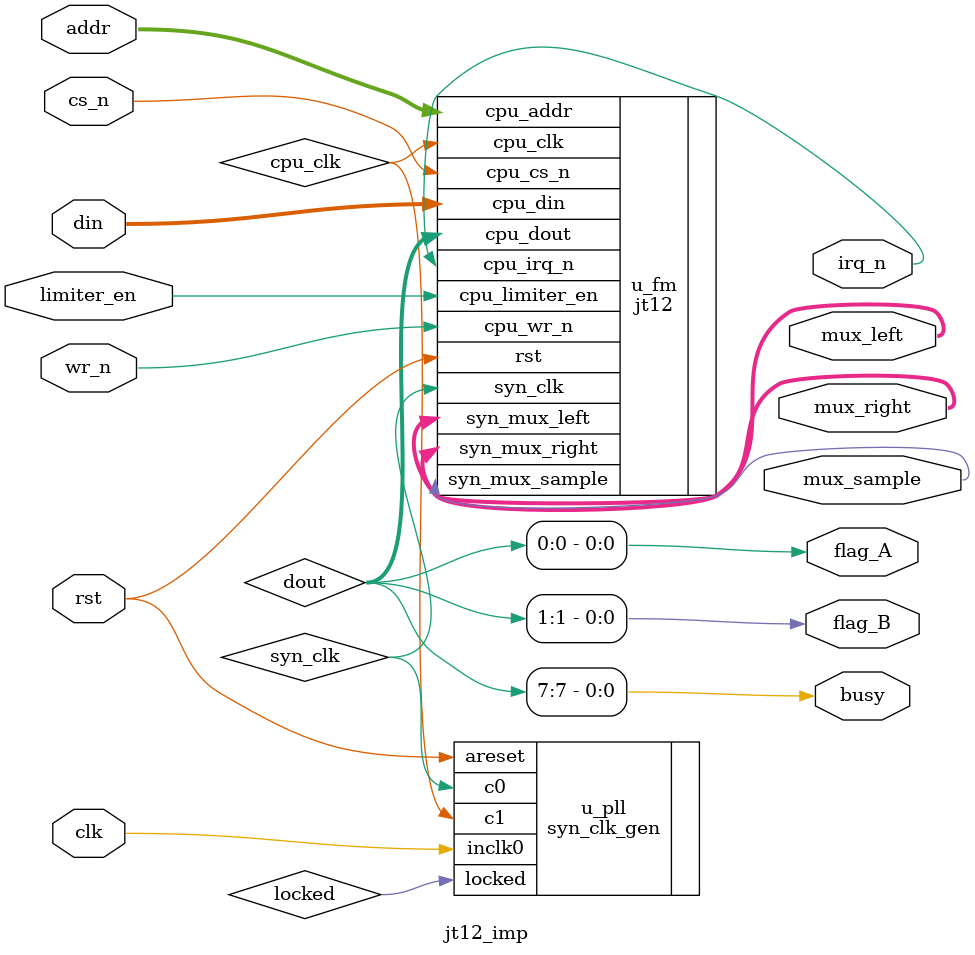
<source format=v>
module jt12_imp(
	input			rst,
	input			clk,
	input	[7:0]	din,
	input	[1:0]	addr,
	input			cs_n,
	input			wr_n,
	input			limiter_en,

	output			busy,
	output			flag_B,
	output			flag_A,
	// combined output
	/*
	output	[11:0]	snd_right,
	output	[11:0]	snd_left,
	output			sample,
	*/
	// multiplexed output
	output signed	[8:0]	mux_left,
	output signed	[8:0]	mux_right,	
	output			mux_sample,
		
	output			irq_n
);

wire syn_clk, cpu_clk,locked;

syn_clk_gen u_pll(
	.areset(rst),
	.inclk0(clk),
	.c0(syn_clk),
	.c1(cpu_clk),
	.locked(locked));

wire [7:0] dout;
assign busy = dout[7];
assign flag_B = dout[1];
assign flag_A = dout[0];

jt12 u_fm(
	.rst		( rst	),
	.cpu_clk	( cpu_clk),
	.syn_clk	( syn_clk),
	.cpu_din	( din	),
	.cpu_addr	( addr	),
	.cpu_cs_n	( cs_n	),
	.cpu_wr_n	( wr_n	),

	.cpu_limiter_en( limiter_en ),

	.cpu_dout	( dout	),
	/*
	.snd_right	( right	),
	.snd_left	( left	),
	.sample	( sample	),
*/
	// muxed output
	.syn_mux_left	( mux_left	),
	.syn_mux_right	( mux_right ),
	.syn_mux_sample	( mux_sample),

    .cpu_irq_n	( irq_n	)
);

endmodule

</source>
